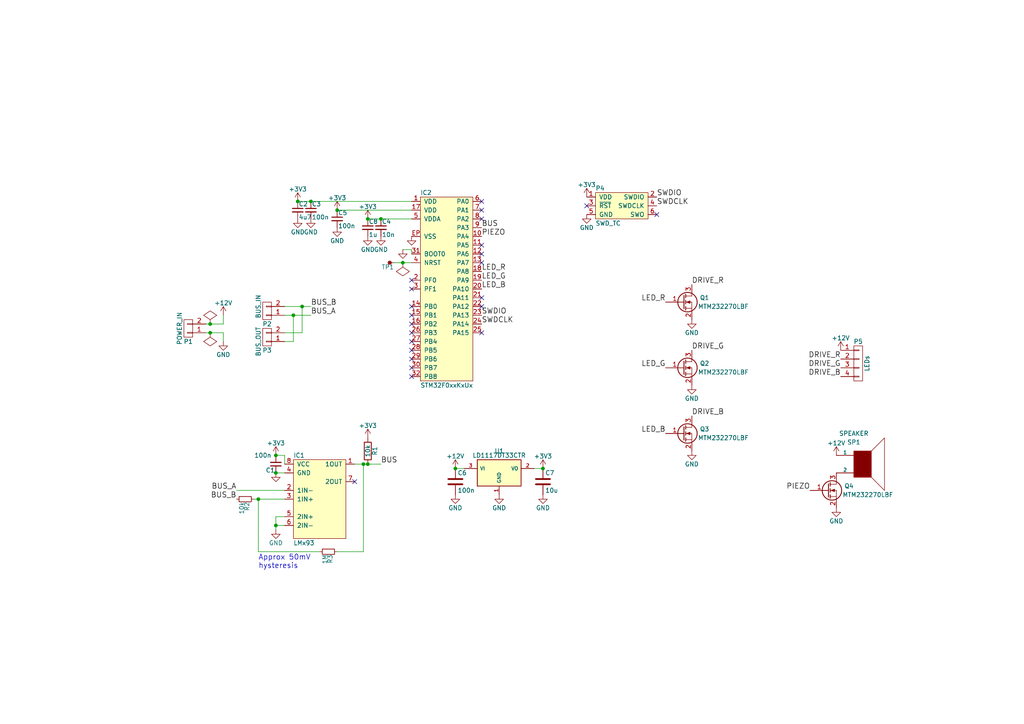
<source format=kicad_sch>
(kicad_sch (version 20230121) (generator eeschema)
  (paper "A4")
  (lib_symbols
    (symbol "pole-rescue:+12V" (power) (pin_names (offset 0))
      (property "Value" "+12V" (at 0 3.556 0))
      (symbol "+12V_0_1"
        (polyline (pts (xy -0.762 1.27) (xy 0 2.54)))
        (polyline (pts (xy 0 0) (xy 0 2.54)))
        (polyline (pts (xy 0 2.54) (xy 0.762 1.27)))
      )
      (symbol "+12V_1_1"
        (pin power_in line (at 0 0 90) (length 0) hide (name "+12V") (number "1"))
      )
    )
    (symbol "pole-rescue:+3V3" (power) (pin_names (offset 0))
      (property "Value" "+3V3" (at 0 3.556 0))
      (symbol "+3V3_0_1"
        (polyline (pts (xy -0.762 1.27) (xy 0 2.54)))
        (polyline (pts (xy 0 0) (xy 0 2.54)))
        (polyline (pts (xy 0 2.54) (xy 0.762 1.27)))
      )
      (symbol "+3V3_1_1"
        (pin power_in line (at 0 0 90) (length 0) hide (name "+3V3") (number "1"))
      )
    )
    (symbol "pole-rescue:C" (pin_numbers hide) (pin_names (offset 0.254))
      (property "Reference" "C" (at 0.635 2.54 0))
      (property "Value" "C" (at 0.635 -2.54 0))
      (symbol "C_0_1"
        (polyline (pts (xy -2.032 -0.762) (xy 2.032 -0.762)) (stroke (width 0.508)))
        (polyline (pts (xy -2.032 0.762) (xy 2.032 0.762)) (stroke (width 0.508)))
      )
      (symbol "C_1_1"
        (pin passive line (at 0 3.81 270) (length 2.794) (name "~") (number "1"))
        (pin passive line (at 0 -3.81 90) (length 2.794) (name "~") (number "2"))
      )
    )
    (symbol "pole-rescue:CONN_01X02" (pin_names (offset 1.016) hide)
      (property "Reference" "P" (at 0 3.81 0))
      (property "Value" "CONN_01X02" (at 2.54 0 90))
      (symbol "CONN_01X02_0_1"
        (rectangle (start -1.27 -1.143) (end 0.254 -1.397))
        (rectangle (start -1.27 1.397) (end 0.254 1.143))
        (rectangle (start -1.27 2.54) (end 1.27 -2.54))
      )
      (symbol "CONN_01X02_1_1"
        (pin passive line (at -5.08 1.27 0) (length 3.81) (name "P1") (number "1"))
        (pin passive line (at -5.08 -1.27 0) (length 3.81) (name "P2") (number "2"))
      )
    )
    (symbol "pole-rescue:CONN_01X04" (pin_names (offset 1.016) hide)
      (property "Reference" "P" (at 0 6.35 0))
      (property "Value" "CONN_01X04" (at 2.54 0 90))
      (symbol "CONN_01X04_0_1"
        (rectangle (start -1.27 -3.683) (end 0.254 -3.937))
        (rectangle (start -1.27 -1.143) (end 0.254 -1.397))
        (rectangle (start -1.27 1.397) (end 0.254 1.143))
        (rectangle (start -1.27 3.937) (end 0.254 3.683))
        (rectangle (start -1.27 5.08) (end 1.27 -5.08))
      )
      (symbol "CONN_01X04_1_1"
        (pin passive line (at -5.08 3.81 0) (length 3.81) (name "P1") (number "1"))
        (pin passive line (at -5.08 1.27 0) (length 3.81) (name "P2") (number "2"))
        (pin passive line (at -5.08 -1.27 0) (length 3.81) (name "P3") (number "3"))
        (pin passive line (at -5.08 -3.81 0) (length 3.81) (name "P4") (number "4"))
      )
    )
    (symbol "pole-rescue:C_Small" (pin_numbers hide) (pin_names (offset 0.254) hide)
      (property "Reference" "C" (at 0.254 1.778 0))
      (property "Value" "C_Small" (at 0.254 -2.032 0))
      (symbol "C_Small_0_1"
        (polyline (pts (xy -1.524 -0.508) (xy 1.524 -0.508)) (stroke (width 0.3302)))
        (polyline (pts (xy -1.524 0.508) (xy 1.524 0.508)) (stroke (width 0.3048)))
      )
      (symbol "C_Small_1_1"
        (pin passive line (at 0 2.54 270) (length 1.905) (name "~") (number "1"))
        (pin passive line (at 0 -2.54 90) (length 2.032) (name "~") (number "2"))
      )
    )
    (symbol "pole-rescue:GND" (power) (pin_names (offset 0))
      (property "Value" "GND" (at 0 -3.81 0))
      (symbol "GND_0_1"
        (polyline (pts (xy 0 0) (xy 0 -1.27) (xy 1.27 -1.27) (xy 0 -2.54) (xy -1.27 -1.27) (xy 0 -1.27)))
      )
      (symbol "GND_1_1"
        (pin power_in line (at 0 0 270) (length 0) hide (name "GND") (number "1"))
      )
    )
    (symbol "pole-rescue:LD1117S33TR" (pin_names (offset 0.762))
      (property "Reference" "U" (at 0 6.35 0))
      (property "Value" "LD1117S33TR" (at 0 5.08 0))
      (property "Footprint" "SOT-223" (at 0 2.54 0))
      (symbol "LD1117S33TR_0_1"
        (rectangle (start -6.35 -3.81) (end 6.35 3.81) (stroke (width 0.254)) (fill (type background)))
      )
      (symbol "LD1117S33TR_1_1"
        (pin power_in line (at 0 -6.35 90) (length 2.54) (name "GND") (number "1"))
        (pin power_out line (at 10.16 1.27 180) (length 3.81) (name "VO") (number "2"))
        (pin power_in line (at -10.16 1.27 0) (length 3.81) (name "VI") (number "3"))
      )
    )
    (symbol "pole-rescue:LMx93" (pin_names (offset 1.016))
      (property "Reference" "IC" (at -7.62 12.7 0))
      (property "Value" "LMx93" (at -7.62 -12.7 0))
      (symbol "LMx93_0_0"
        (pin output line (at 10.16 10.16 180) (length 2.54) (name "1OUT") (number "1"))
        (pin input line (at -10.16 2.54 0) (length 2.54) (name "1IN-") (number "2"))
        (pin input line (at -10.16 0 0) (length 2.54) (name "1IN+") (number "3"))
        (pin power_in line (at -10.16 7.62 0) (length 2.54) (name "GND") (number "4"))
        (pin input line (at -10.16 -5.08 0) (length 2.54) (name "2IN+") (number "5"))
        (pin input line (at -10.16 -7.62 0) (length 2.54) (name "2IN-") (number "6"))
        (pin output line (at 10.16 5.08 180) (length 2.54) (name "2OUT") (number "7"))
        (pin power_in line (at -10.16 10.16 0) (length 2.54) (name "VCC") (number "8"))
      )
      (symbol "LMx93_0_1"
        (rectangle (start -7.62 11.43) (end 7.62 -11.43) (fill (type background)))
      )
    )
    (symbol "pole-rescue:PWR_FLAG" (power) (pin_numbers hide) (pin_names (offset 0) hide)
      (property "Value" "PWR_FLAG" (at 0 4.572 0))
      (symbol "PWR_FLAG_0_0"
        (pin power_out line (at 0 0 90) (length 0) (name "pwr") (number "1"))
      )
      (symbol "PWR_FLAG_0_1"
        (polyline (pts (xy 0 0) (xy 0 1.27) (xy -1.905 2.54) (xy 0 3.81) (xy 1.905 2.54) (xy 0 1.27)))
      )
    )
    (symbol "pole-rescue:Q_NMOS_GSD" (pin_names (offset 0) hide)
      (property "Reference" "Q" (at 7.62 1.27 0))
      (property "Value" "Q_NMOS_GSD" (at 16.51 -1.27 0))
      (symbol "Q_NMOS_GSD_0_1"
        (polyline (pts (xy 0.762 -1.778) (xy 2.54 -1.778)))
        (polyline (pts (xy 0.762 -1.27) (xy 0.762 -2.286)) (stroke (width 0.254)))
        (polyline (pts (xy 0.762 0) (xy 2.54 0)))
        (polyline (pts (xy 0.762 0.508) (xy 0.762 -0.508)) (stroke (width 0.254)))
        (polyline (pts (xy 0.762 1.778) (xy 2.54 1.778)))
        (polyline (pts (xy 0.762 2.286) (xy 0.762 1.27)) (stroke (width 0.254)))
        (polyline (pts (xy 2.54 -1.778) (xy 2.54 -2.54)))
        (polyline (pts (xy 2.54 -1.778) (xy 2.54 0)))
        (polyline (pts (xy 2.54 2.54) (xy 2.54 1.778)))
        (polyline (pts (xy 0.254 1.905) (xy 0.254 -1.905) (xy 0.254 -1.905)) (stroke (width 0.254)))
        (polyline (pts (xy 1.016 0) (xy 2.032 0.381) (xy 2.032 -0.381) (xy 1.016 0)) (fill (type outline)))
        (circle (center 1.27 0) (radius 2.8194) (stroke (width 0.254)))
      )
      (symbol "Q_NMOS_GSD_1_1"
        (pin input line (at -5.08 0 0) (length 5.334) (name "G") (number "1"))
        (pin passive line (at 2.54 -5.08 90) (length 2.54) (name "S") (number "2"))
        (pin passive line (at 2.54 5.08 270) (length 2.54) (name "D") (number "3"))
      )
    )
    (symbol "pole-rescue:R" (pin_numbers hide) (pin_names (offset 0))
      (property "Reference" "R" (at 2.032 0 90))
      (property "Value" "R" (at 0 0 90))
      (symbol "R_0_1"
        (rectangle (start -1.016 -2.54) (end 1.016 2.54) (stroke (width 0.254)))
      )
      (symbol "R_1_1"
        (pin passive line (at 0 3.81 270) (length 1.27) (name "~") (number "1"))
        (pin passive line (at 0 -3.81 90) (length 1.27) (name "~") (number "2"))
      )
    )
    (symbol "pole-rescue:R_Small" (pin_numbers hide) (pin_names (offset 0.254) hide)
      (property "Reference" "R" (at 0.762 0.508 0))
      (property "Value" "R_Small" (at 0.762 -1.016 0))
      (symbol "R_Small_0_1"
        (rectangle (start -0.762 1.778) (end 0.762 -1.778) (stroke (width 0.2032)))
      )
      (symbol "R_Small_1_1"
        (pin passive line (at 0 2.54 270) (length 0.762) (name "~") (number "1"))
        (pin passive line (at 0 -2.54 90) (length 0.762) (name "~") (number "2"))
      )
    )
    (symbol "pole-rescue:SPEAKER" (pin_numbers hide) (pin_names (offset 0))
      (property "Reference" "SP" (at -2.54 6.35 0))
      (property "Value" "SPEAKER" (at -2.54 -6.35 0))
      (symbol "SPEAKER_0_0"
        (polyline (pts (xy 2.54 3.81) (xy 6.35 7.62) (xy 6.35 -7.62) (xy 2.54 -3.81)))
        (polyline (pts (xy -2.54 3.81) (xy 2.54 3.81) (xy 2.54 -3.81) (xy -2.54 -3.81) (xy -2.54 3.81)) (fill (type outline)))
      )
      (symbol "SPEAKER_1_1"
        (pin input line (at -7.62 2.54 0) (length 5.08) (name "1") (number "1"))
        (pin input line (at -7.62 -2.54 0) (length 5.08) (name "2") (number "2"))
      )
    )
    (symbol "pole-rescue:STM32F0xxKxUx" (pin_names (offset 1.016))
      (property "Reference" "IC" (at -7.62 27.94 0))
      (property "Value" "STM32F0xxKxUx" (at -7.62 -27.94 0))
      (symbol "STM32F0xxKxUx_0_0"
        (pin power_in line (at -10.16 25.4 0) (length 2.54) (name "VDD") (number "1"))
        (pin bidirectional line (at 10.16 15.24 180) (length 2.54) (name "PA4") (number "10"))
        (pin bidirectional line (at 10.16 12.7 180) (length 2.54) (name "PA5") (number "11"))
        (pin bidirectional line (at 10.16 10.16 180) (length 2.54) (name "PA6") (number "12"))
        (pin bidirectional line (at 10.16 7.62 180) (length 2.54) (name "PA7") (number "13"))
        (pin bidirectional line (at -10.16 -5.08 0) (length 2.54) (name "PB0") (number "14"))
        (pin bidirectional line (at -10.16 -7.62 0) (length 2.54) (name "PB1") (number "15"))
        (pin bidirectional line (at -10.16 -10.16 0) (length 2.54) (name "PB2") (number "16"))
        (pin power_in line (at -10.16 22.86 0) (length 2.54) (name "VDD") (number "17"))
        (pin bidirectional line (at 10.16 5.08 180) (length 2.54) (name "PA8") (number "18"))
        (pin bidirectional line (at 10.16 2.54 180) (length 2.54) (name "PA9") (number "19"))
        (pin bidirectional line (at -10.16 2.54 0) (length 2.54) (name "PF0") (number "2"))
        (pin bidirectional line (at 10.16 0 180) (length 2.54) (name "PA10") (number "20"))
        (pin bidirectional line (at 10.16 -2.54 180) (length 2.54) (name "PA11") (number "21"))
        (pin bidirectional line (at 10.16 -5.08 180) (length 2.54) (name "PA12") (number "22"))
        (pin bidirectional line (at 10.16 -7.62 180) (length 2.54) (name "PA13") (number "23"))
        (pin bidirectional line (at 10.16 -10.16 180) (length 2.54) (name "PA14") (number "24"))
        (pin bidirectional line (at 10.16 -12.7 180) (length 2.54) (name "PA15") (number "25"))
        (pin bidirectional line (at -10.16 -12.7 0) (length 2.54) (name "PB3") (number "26"))
        (pin bidirectional line (at -10.16 -15.24 0) (length 2.54) (name "PB4") (number "27"))
        (pin bidirectional line (at -10.16 -17.78 0) (length 2.54) (name "PB5") (number "28"))
        (pin bidirectional line (at -10.16 -20.32 0) (length 2.54) (name "PB6") (number "29"))
        (pin bidirectional line (at -10.16 0 0) (length 2.54) (name "PF1") (number "3"))
        (pin bidirectional line (at -10.16 -22.86 0) (length 2.54) (name "PB7") (number "30"))
        (pin input line (at -10.16 10.16 0) (length 2.54) (name "BOOT0") (number "31"))
        (pin bidirectional line (at -10.16 -25.4 0) (length 2.54) (name "PB8") (number "32"))
        (pin input line (at -10.16 7.62 0) (length 2.54) (name "NRST") (number "4"))
        (pin power_in line (at -10.16 20.32 0) (length 2.54) (name "VDDA") (number "5"))
        (pin bidirectional line (at 10.16 25.4 180) (length 2.54) (name "PA0") (number "6"))
        (pin bidirectional line (at 10.16 22.86 180) (length 2.54) (name "PA1") (number "7"))
        (pin bidirectional line (at 10.16 20.32 180) (length 2.54) (name "PA2") (number "8"))
        (pin bidirectional line (at 10.16 17.78 180) (length 2.54) (name "PA3") (number "9"))
        (pin power_in line (at -10.16 15.24 0) (length 2.54) (name "VSS") (number "EP"))
      )
      (symbol "STM32F0xxKxUx_0_1"
        (rectangle (start -7.62 26.67) (end 7.62 -26.67) (fill (type background)))
      )
    )
    (symbol "pole-rescue:SWD_TC" (pin_names (offset 1.016))
      (property "Reference" "P" (at -7.62 5.08 0))
      (property "Value" "SWD_TC" (at -7.62 -5.08 0))
      (symbol "SWD_TC_0_1"
        (rectangle (start -7.62 3.81) (end 7.62 -3.81) (fill (type background)))
      )
      (symbol "SWD_TC_1_1"
        (pin power_in line (at -10.16 2.54 0) (length 2.54) (name "VDD") (number "1"))
        (pin bidirectional line (at 10.16 2.54 180) (length 2.54) (name "SWDIO") (number "2"))
        (pin output line (at -10.16 0 0) (length 2.54) (name "~{RST}") (number "3"))
        (pin output line (at 10.16 0 180) (length 2.54) (name "SWDCLK") (number "4"))
        (pin power_in line (at -10.16 -2.54 0) (length 2.54) (name "GND") (number "5"))
        (pin input line (at 10.16 -2.54 180) (length 2.54) (name "SWO") (number "6"))
      )
    )
    (symbol "pole-rescue:TESTPAD" (pin_numbers hide) (pin_names (offset 1.016) hide)
      (property "Reference" "TP" (at 0 1.27 0))
      (symbol "TESTPAD_0_1"
        (circle (center 1.27 0) (radius 0.127))
        (circle (center 1.27 0) (radius 0.254))
        (circle (center 1.27 0) (radius 0.381))
        (circle (center 1.27 0) (radius 0.508))
      )
      (symbol "TESTPAD_1_1"
        (pin input line (at 0 0 0) (length 1.27) (name "TP") (number "1"))
      )
    )
  )
  (junction (at 106.68 134.62))
  (junction (at 116.84 76.2))
  (junction (at 80.01 132.08))
  (junction (at 132.08 135.89))
  (junction (at 80.01 137.16))
  (junction (at 110.49 63.5))
  (junction (at 60.96 93.98))
  (junction (at 85.09 91.44))
  (junction (at 157.48 135.89))
  (junction (at 86.36 58.42))
  (junction (at 60.96 96.52))
  (junction (at 105.41 134.62))
  (junction (at 90.17 58.42))
  (junction (at 106.68 63.5))
  (junction (at 87.63 88.9))
  (junction (at 97.79 60.96))
  (junction (at 74.93 144.78))
  (junction (at 80.01 152.4))
  (no_connect (at 119.38 83.82))
  (no_connect (at 119.38 81.28))
  (no_connect (at 119.38 106.68))
  (no_connect (at 119.38 99.06))
  (no_connect (at 139.7 60.96))
  (no_connect (at 102.87 139.7))
  (no_connect (at 139.7 86.36))
  (no_connect (at 119.38 88.9))
  (no_connect (at 139.7 88.9))
  (no_connect (at 139.7 58.42))
  (no_connect (at 119.38 93.98))
  (no_connect (at 170.18 59.69))
  (no_connect (at 139.7 76.2))
  (no_connect (at 139.7 73.66))
  (no_connect (at 139.7 63.5))
  (no_connect (at 119.38 104.14))
  (no_connect (at 139.7 96.52))
  (no_connect (at 119.38 109.22))
  (no_connect (at 119.38 91.44))
  (no_connect (at 190.5 62.23))
  (no_connect (at 119.38 96.52))
  (no_connect (at 139.7 71.12))
  (no_connect (at 119.38 101.6))
  (wire (pts (xy 132.08 135.89) (xy 134.62 135.89)))
  (wire (pts (xy 114.3 76.2) (xy 116.84 76.2)))
  (wire (pts (xy 59.69 93.98) (xy 60.96 93.98)))
  (wire (pts (xy 80.01 149.86) (xy 80.01 152.4)))
  (wire (pts (xy 116.84 76.2) (xy 119.38 76.2)))
  (wire (pts (xy 74.93 160.02) (xy 92.71 160.02)))
  (wire (pts (xy 82.55 91.44) (xy 85.09 91.44)))
  (wire (pts (xy 87.63 88.9) (xy 90.17 88.9)))
  (wire (pts (xy 102.87 134.62) (xy 105.41 134.62)))
  (wire (pts (xy 86.36 58.42) (xy 90.17 58.42)))
  (wire (pts (xy 97.79 60.96) (xy 119.38 60.96)))
  (wire (pts (xy 64.77 96.52) (xy 64.77 99.06)))
  (wire (pts (xy 68.58 142.24) (xy 82.55 142.24)))
  (wire (pts (xy 82.55 152.4) (xy 80.01 152.4)))
  (wire (pts (xy 64.77 93.98) (xy 64.77 91.44)))
  (wire (pts (xy 82.55 132.08) (xy 82.55 134.62)))
  (wire (pts (xy 90.17 58.42) (xy 119.38 58.42)))
  (wire (pts (xy 80.01 137.16) (xy 82.55 137.16)))
  (wire (pts (xy 87.63 96.52) (xy 82.55 96.52)))
  (wire (pts (xy 106.68 63.5) (xy 110.49 63.5)))
  (wire (pts (xy 59.69 96.52) (xy 60.96 96.52)))
  (wire (pts (xy 60.96 93.98) (xy 64.77 93.98)))
  (wire (pts (xy 80.01 132.08) (xy 82.55 132.08)))
  (wire (pts (xy 105.41 160.02) (xy 97.79 160.02)))
  (wire (pts (xy 106.68 134.62) (xy 110.49 134.62)))
  (wire (pts (xy 73.66 144.78) (xy 74.93 144.78)))
  (wire (pts (xy 105.41 134.62) (xy 105.41 160.02)))
  (wire (pts (xy 85.09 99.06) (xy 82.55 99.06)))
  (wire (pts (xy 82.55 149.86) (xy 80.01 149.86)))
  (wire (pts (xy 85.09 91.44) (xy 90.17 91.44)))
  (wire (pts (xy 80.01 152.4) (xy 80.01 153.67)))
  (wire (pts (xy 60.96 96.52) (xy 64.77 96.52)))
  (wire (pts (xy 85.09 91.44) (xy 85.09 99.06)))
  (wire (pts (xy 74.93 144.78) (xy 74.93 160.02)))
  (wire (pts (xy 110.49 63.5) (xy 119.38 63.5)))
  (wire (pts (xy 82.55 88.9) (xy 87.63 88.9)))
  (wire (pts (xy 105.41 134.62) (xy 106.68 134.62)))
  (wire (pts (xy 74.93 144.78) (xy 82.55 144.78)))
  (wire (pts (xy 157.48 135.89) (xy 154.94 135.89)))
  (wire (pts (xy 87.63 88.9) (xy 87.63 96.52)))
  (wire (pts (xy 119.38 72.39) (xy 119.38 73.66)))
  (wire (pts (xy 116.84 72.39) (xy 119.38 72.39)))
  (text "Approx 50mV\nhysteresis" (at 74.93 165.1 0) (effects (font (size 1.524 1.524)) (justify left bottom)))
  (label "DRIVE_G" (at 200.66 101.6 0) (effects (font (size 1.524 1.524))))
  (label "SWDIO" (at 190.5 57.15 0) (effects (font (size 1.524 1.524))))
  (label "BUS_A" (at 68.58 142.24 180) (effects (font (size 1.524 1.524))))
  (label "LED_R" (at 139.7 78.74 0) (effects (font (size 1.524 1.524))))
  (label "LED_G" (at 193.04 106.68 180) (effects (font (size 1.524 1.524))))
  (label "BUS_B" (at 90.17 88.9 0) (effects (font (size 1.524 1.524))))
  (label "DRIVE_B" (at 243.84 109.22 180) (effects (font (size 1.524 1.524))))
  (label "DRIVE_B" (at 200.66 120.65 0) (effects (font (size 1.524 1.524))))
  (label "DRIVE_R" (at 243.84 104.14 180) (effects (font (size 1.524 1.524))))
  (label "LED_B" (at 139.7 83.82 0) (effects (font (size 1.524 1.524))))
  (label "BUS" (at 110.49 134.62 0) (effects (font (size 1.524 1.524))))
  (label "LED_B" (at 193.04 125.73 180) (effects (font (size 1.524 1.524))))
  (label "PIEZO" (at 139.7 68.58 0) (effects (font (size 1.524 1.524))))
  (label "BUS_A" (at 90.17 91.44 0) (effects (font (size 1.524 1.524))))
  (label "DRIVE_G" (at 243.84 106.68 180) (effects (font (size 1.524 1.524))))
  (label "BUS" (at 139.7 66.04 0) (effects (font (size 1.524 1.524))))
  (label "SWDCLK" (at 190.5 59.69 0) (effects (font (size 1.524 1.524))))
  (label "SWDCLK" (at 139.7 93.98 0) (effects (font (size 1.524 1.524))))
  (label "SWDIO" (at 139.7 91.44 0) (effects (font (size 1.524 1.524))))
  (label "PIEZO" (at 234.95 142.24 180) (effects (font (size 1.524 1.524))))
  (label "DRIVE_R" (at 200.66 82.55 0) (effects (font (size 1.524 1.524))))
  (label "LED_R" (at 193.04 87.63 180) (effects (font (size 1.524 1.524))))
  (label "BUS_B" (at 68.58 144.78 180) (effects (font (size 1.524 1.524))))
  (label "LED_G" (at 139.7 81.28 0) (effects (font (size 1.524 1.524))))
  (symbol (lib_id "pole-rescue:LMx93") (at 92.71 144.78 0) (unit 1)
    (property "Reference" "IC1" (at 85.09 132.08 0) (effects (justify left)))
    (property "Value" "LMx93" (at 85.09 157.48 0) (effects (justify left)))
    (property "Footprint" "agg:SOIC-8" (effects hide))
    (property "Datasheet" "http://www.ti.com/lit/ds/symlink/lm393.pdf" (effects hide))
    (property "Farnell" "2342314" (effects hide))
  )
  (symbol (lib_id "pole-rescue:SWD_TC") (at 180.34 59.69 0) (unit 1)
    (property "Reference" "P4" (at 172.72 54.61 0) (effects (justify left)))
    (property "Value" "SWD_TC" (at 172.72 64.77 0) (effects (justify left)))
    (property "Footprint" "agg:TC2030-NL" (effects hide))
  )
  (symbol (lib_id "pole-rescue:CONN_01X02") (at 54.61 95.25 180) (unit 1)
    (property "Reference" "P1" (at 54.61 99.06 0))
    (property "Value" "POWER_IN" (at 52.07 95.25 90))
    (property "Footprint" "thegrid:minipow_edge" (effects hide))
    (property "Farnell" "CN18779" (effects hide))
  )
  (symbol (lib_id "pole-rescue:CONN_01X02") (at 77.47 90.17 180) (unit 1)
    (property "Reference" "P2" (at 77.47 93.98 0))
    (property "Value" "BUS_IN" (at 74.93 88.9 90))
    (property "Footprint" "agg:S02B-PASK-2" (effects hide))
    (property "Farnell" "1830747" (effects hide))
  )
  (symbol (lib_id "pole-rescue:CONN_01X04") (at 248.92 105.41 0) (unit 1)
    (property "Reference" "P5" (at 248.92 99.06 0))
    (property "Value" "LEDs" (at 251.46 105.41 90))
    (property "Footprint" "Pin_Headers:Pin_Header_Straight_1x04" (effects hide))
  )
  (symbol (lib_id "pole-rescue:GND") (at 64.77 99.06 0) (unit 1)
    (property "Reference" "#PWR01" (effects hide))
    (property "Value" "GND" (at 64.77 102.87 0))
  )
  (symbol (lib_id "pole-rescue:+12V") (at 64.77 91.44 0) (unit 1)
    (property "Reference" "#PWR02" (effects hide))
    (property "Value" "+12V" (at 64.77 87.884 0))
  )
  (symbol (lib_id "pole-rescue:PWR_FLAG") (at 60.96 93.98 0) (unit 1)
    (property "Reference" "#FLG03" (effects hide))
    (property "Value" "PWR_FLAG" (effects hide))
  )
  (symbol (lib_id "pole-rescue:PWR_FLAG") (at 60.96 96.52 180) (unit 1)
    (property "Reference" "#FLG04" (effects hide))
    (property "Value" "PWR_FLAG" (effects hide))
  )
  (symbol (lib_id "pole-rescue:CONN_01X02") (at 77.47 97.79 180) (unit 1)
    (property "Reference" "P3" (at 77.47 101.6 0))
    (property "Value" "BUS_OUT" (at 74.93 99.06 90))
    (property "Footprint" "agg:S02B-PASK-2" (effects hide))
    (property "Farnell" "1830747" (effects hide))
  )
  (symbol (lib_id "pole-rescue:GND") (at 80.01 153.67 0) (unit 1)
    (property "Reference" "#PWR05" (effects hide))
    (property "Value" "GND" (at 80.01 157.48 0))
  )
  (symbol (lib_id "pole-rescue:+3V3") (at 80.01 132.08 0) (unit 1)
    (property "Reference" "#PWR06" (effects hide))
    (property "Value" "+3V3" (at 80.01 128.524 0))
  )
  (symbol (lib_id "pole-rescue:GND") (at 80.01 137.16 0) (unit 1)
    (property "Reference" "#PWR07" (effects hide))
    (property "Value" "GND" (effects hide))
  )
  (symbol (lib_id "pole-rescue:C_Small") (at 80.01 134.62 180) (unit 1)
    (property "Reference" "C1" (at 79.756 136.398 0) (effects (justify left)))
    (property "Value" "100n" (at 78.74 132.08 0) (effects (justify left)))
    (property "Footprint" "agg:0603" (effects hide))
    (property "Farnell" "2496833" (effects hide))
  )
  (symbol (lib_id "pole-rescue:GND") (at 170.18 62.23 0) (unit 1)
    (property "Reference" "#PWR08" (effects hide))
    (property "Value" "GND" (at 170.18 66.04 0))
  )
  (symbol (lib_id "pole-rescue:+3V3") (at 170.18 57.15 0) (unit 1)
    (property "Reference" "#PWR09" (effects hide))
    (property "Value" "+3V3" (at 170.18 53.594 0))
  )
  (symbol (lib_id "pole-rescue:C_Small") (at 90.17 60.96 0) (unit 1)
    (property "Reference" "C3" (at 90.424 59.182 0) (effects (justify left)))
    (property "Value" "100n" (at 90.424 62.992 0) (effects (justify left)))
    (property "Footprint" "agg:0603" (effects hide))
    (property "Farnell" "2496833" (effects hide))
  )
  (symbol (lib_id "pole-rescue:C_Small") (at 86.36 60.96 0) (unit 1)
    (property "Reference" "C2" (at 86.614 59.182 0) (effects (justify left)))
    (property "Value" "4u7" (at 86.614 62.992 0) (effects (justify left)))
    (property "Footprint" "agg:0603" (effects hide))
    (property "Farnell" "2496930" (effects hide))
  )
  (symbol (lib_id "pole-rescue:C_Small") (at 110.49 66.04 0) (unit 1)
    (property "Reference" "C4" (at 110.744 64.262 0) (effects (justify left)))
    (property "Value" "10n" (at 110.744 68.072 0) (effects (justify left)))
    (property "Footprint" "agg:0603" (effects hide))
    (property "Farnell" "2496826" (effects hide))
  )
  (symbol (lib_id "pole-rescue:+12V") (at 243.84 101.6 0) (unit 1)
    (property "Reference" "#PWR010" (effects hide))
    (property "Value" "+12V" (at 243.84 98.044 0))
  )
  (symbol (lib_id "pole-rescue:GND") (at 200.66 92.71 0) (unit 1)
    (property "Reference" "#PWR011" (effects hide))
    (property "Value" "GND" (at 200.66 96.52 0))
  )
  (symbol (lib_id "pole-rescue:GND") (at 200.66 111.76 0) (unit 1)
    (property "Reference" "#PWR012" (effects hide))
    (property "Value" "GND" (at 200.66 115.57 0))
  )
  (symbol (lib_id "pole-rescue:GND") (at 200.66 130.81 0) (unit 1)
    (property "Reference" "#PWR013" (effects hide))
    (property "Value" "GND" (at 200.66 134.62 0))
  )
  (symbol (lib_id "pole-rescue:GND") (at 242.57 147.32 0) (unit 1)
    (property "Reference" "#PWR014" (effects hide))
    (property "Value" "GND" (at 242.57 151.13 0))
  )
  (symbol (lib_id "pole-rescue:SPEAKER") (at 250.19 134.62 0) (unit 1)
    (property "Reference" "SP1" (at 247.65 128.27 0))
    (property "Value" "SPEAKER" (at 247.65 125.73 0))
    (property "Footprint" "thegrid:piezo" (effects hide))
    (property "Datasheet" "http://www.farnell.com/datasheets/579045.pdf" (effects hide))
    (property "Farnell" "1823866" (effects hide))
  )
  (symbol (lib_id "pole-rescue:+12V") (at 242.57 132.08 0) (unit 1)
    (property "Reference" "#PWR015" (effects hide))
    (property "Value" "+12V" (at 242.57 128.524 0))
  )
  (symbol (lib_id "pole-rescue:R") (at 106.68 130.81 0) (unit 1)
    (property "Reference" "R1" (at 108.712 130.81 90))
    (property "Value" "10k" (at 106.68 130.81 90))
    (property "Footprint" "agg:0603" (effects hide))
    (property "Farnell" "9330399" (effects hide))
  )
  (symbol (lib_id "pole-rescue:+3V3") (at 106.68 127 0) (unit 1)
    (property "Reference" "#PWR016" (effects hide))
    (property "Value" "+3V3" (at 106.68 123.444 0))
  )
  (symbol (lib_id "pole-rescue:LD1117S33TR") (at 144.78 137.16 0) (unit 1)
    (property "Reference" "U1" (at 144.78 130.81 0))
    (property "Value" "LD1117DT33CTR" (at 144.78 132.08 0))
    (property "Footprint" "thegrid:TO-252-3" (effects hide))
    (property "Datasheet" "http://www.farnell.com/datasheets/93498.pdf" (effects hide))
    (property "Farnell" "2296040" (effects hide))
  )
  (symbol (lib_id "pole-rescue:+12V") (at 132.08 135.89 0) (unit 1)
    (property "Reference" "#PWR017" (effects hide))
    (property "Value" "+12V" (at 132.08 132.334 0))
  )
  (symbol (lib_id "pole-rescue:C") (at 132.08 139.7 0) (unit 1)
    (property "Reference" "C6" (at 132.715 137.16 0) (effects (justify left)))
    (property "Value" "100n" (at 132.715 142.24 0) (effects (justify left)))
    (property "Footprint" "agg:0603" (effects hide))
    (property "Farnell" "2496833" (effects hide))
  )
  (symbol (lib_id "pole-rescue:GND") (at 132.08 143.51 0) (unit 1)
    (property "Reference" "#PWR018" (effects hide))
    (property "Value" "GND" (at 132.08 147.32 0))
  )
  (symbol (lib_id "pole-rescue:+3V3") (at 157.48 135.89 0) (unit 1)
    (property "Reference" "#PWR019" (effects hide))
    (property "Value" "+3V3" (at 157.48 132.334 0))
  )
  (symbol (lib_id "pole-rescue:C") (at 157.48 139.7 0) (unit 1)
    (property "Reference" "C7" (at 158.115 137.16 0) (effects (justify left)))
    (property "Value" "10u" (at 158.115 142.24 0) (effects (justify left)))
    (property "Footprint" "agg:0603" (effects hide))
    (property "Farnell" "2494233" (effects hide))
  )
  (symbol (lib_id "pole-rescue:GND") (at 157.48 143.51 0) (unit 1)
    (property "Reference" "#PWR020" (effects hide))
    (property "Value" "GND" (at 157.48 147.32 0))
  )
  (symbol (lib_id "pole-rescue:GND") (at 144.78 143.51 0) (unit 1)
    (property "Reference" "#PWR021" (effects hide))
    (property "Value" "GND" (at 144.78 147.32 0))
  )
  (symbol (lib_id "pole-rescue:Q_NMOS_GSD") (at 198.12 87.63 0) (unit 1)
    (property "Reference" "Q1" (at 205.74 86.36 0) (effects (justify right)))
    (property "Value" "MTM232270LBF" (at 217.17 88.9 0) (effects (justify right)))
    (property "Footprint" "agg:SOT-323" (effects hide))
    (property "Datasheet" "http://www.farnell.com/datasheets/1916063.pdf" (effects hide))
    (property "Farnell" "2284077" (effects hide))
  )
  (symbol (lib_id "pole-rescue:Q_NMOS_GSD") (at 198.12 106.68 0) (unit 1)
    (property "Reference" "Q2" (at 205.74 105.41 0) (effects (justify right)))
    (property "Value" "MTM232270LBF" (at 217.17 107.95 0) (effects (justify right)))
    (property "Footprint" "agg:SOT-323" (effects hide))
    (property "Datasheet" "http://www.farnell.com/datasheets/1916063.pdf" (effects hide))
    (property "Farnell" "2284077" (effects hide))
  )
  (symbol (lib_id "pole-rescue:Q_NMOS_GSD") (at 198.12 125.73 0) (unit 1)
    (property "Reference" "Q3" (at 205.74 124.46 0) (effects (justify right)))
    (property "Value" "MTM232270LBF" (at 217.17 127 0) (effects (justify right)))
    (property "Footprint" "agg:SOT-323" (effects hide))
    (property "Datasheet" "http://www.farnell.com/datasheets/1916063.pdf" (effects hide))
    (property "Farnell" "2284077" (effects hide))
  )
  (symbol (lib_id "pole-rescue:Q_NMOS_GSD") (at 240.03 142.24 0) (unit 1)
    (property "Reference" "Q4" (at 247.65 140.97 0) (effects (justify right)))
    (property "Value" "MTM232270LBF" (at 259.08 143.51 0) (effects (justify right)))
    (property "Footprint" "agg:SOT-323" (effects hide))
    (property "Datasheet" "http://www.farnell.com/datasheets/1916063.pdf" (effects hide))
    (property "Farnell" "2284077" (effects hide))
  )
  (symbol (lib_id "pole-rescue:GND") (at 116.84 72.39 0) (unit 1)
    (property "Reference" "#PWR022" (effects hide))
    (property "Value" "GND" (effects hide))
  )
  (symbol (lib_id "pole-rescue:STM32F0xxKxUx") (at 129.54 83.82 0) (unit 1)
    (property "Reference" "IC2" (at 121.92 55.88 0) (effects (justify left)))
    (property "Value" "STM32F0xxKxUx" (at 121.92 111.76 0) (effects (justify left)))
    (property "Footprint" "agg:QFN-32-EP-ST" (effects hide))
    (property "Datasheet" "http://www.st.com/st-web-ui/static/active/en/resource/technical/document/datasheet/DM00039193.pdf" (effects hide))
    (property "Farnell" "2393639" (effects hide))
  )
  (symbol (lib_id "pole-rescue:GND") (at 119.38 68.58 0) (unit 1)
    (property "Reference" "#PWR023" (effects hide))
    (property "Value" "GND" (effects hide))
  )
  (symbol (lib_id "pole-rescue:C_Small") (at 106.68 66.04 0) (unit 1)
    (property "Reference" "C8" (at 106.934 64.262 0) (effects (justify left)))
    (property "Value" "1u" (at 106.934 68.072 0) (effects (justify left)))
    (property "Footprint" "agg:0603" (effects hide))
    (property "Farnell" "2496916" (effects hide))
  )
  (symbol (lib_id "pole-rescue:GND") (at 106.68 68.58 0) (unit 1)
    (property "Reference" "#PWR024" (effects hide))
    (property "Value" "GND" (at 106.68 72.39 0))
  )
  (symbol (lib_id "pole-rescue:GND") (at 110.49 68.58 0) (unit 1)
    (property "Reference" "#PWR025" (effects hide))
    (property "Value" "GND" (at 110.49 72.39 0))
  )
  (symbol (lib_id "pole-rescue:C_Small") (at 97.79 63.5 0) (unit 1)
    (property "Reference" "C5" (at 98.044 61.722 0) (effects (justify left)))
    (property "Value" "100n" (at 98.044 65.532 0) (effects (justify left)))
    (property "Footprint" "agg:0603" (effects hide))
    (property "Farnell" "2496833" (effects hide))
  )
  (symbol (lib_id "pole-rescue:GND") (at 97.79 66.04 0) (unit 1)
    (property "Reference" "#PWR026" (effects hide))
    (property "Value" "GND" (at 97.79 69.85 0))
  )
  (symbol (lib_id "pole-rescue:GND") (at 86.36 63.5 0) (unit 1)
    (property "Reference" "#PWR027" (effects hide))
    (property "Value" "GND" (at 86.36 67.31 0))
  )
  (symbol (lib_id "pole-rescue:GND") (at 90.17 63.5 0) (unit 1)
    (property "Reference" "#PWR028" (effects hide))
    (property "Value" "GND" (at 90.17 67.31 0))
  )
  (symbol (lib_id "pole-rescue:+3V3") (at 106.68 63.5 0) (unit 1)
    (property "Reference" "#PWR029" (effects hide))
    (property "Value" "+3V3" (at 106.68 59.944 0))
  )
  (symbol (lib_id "pole-rescue:+3V3") (at 97.79 60.96 0) (unit 1)
    (property "Reference" "#PWR030" (effects hide))
    (property "Value" "+3V3" (at 97.79 57.404 0))
  )
  (symbol (lib_id "pole-rescue:+3V3") (at 86.36 58.42 0) (unit 1)
    (property "Reference" "#PWR031" (effects hide))
    (property "Value" "+3V3" (at 86.36 54.864 0))
  )
  (symbol (lib_id "pole-rescue:TESTPAD") (at 114.3 76.2 180) (unit 1)
    (property "Reference" "TP1" (at 114.3 77.47 0) (effects (justify left)))
    (property "Value" "RST" (effects hide))
    (property "Footprint" "agg:TESTPAD" (effects hide))
  )
  (symbol (lib_id "pole-rescue:R_Small") (at 71.12 144.78 270) (unit 1)
    (property "Reference" "R2" (at 71.628 145.542 0) (effects (justify left)))
    (property "Value" "10k" (at 70.104 145.542 0) (effects (justify left)))
    (property "Footprint" "agg:0603" (effects hide))
    (property "Farnell" "9330399" (effects hide))
  )
  (symbol (lib_id "pole-rescue:R_Small") (at 95.25 160.02 270) (unit 1)
    (property "Reference" "R3" (at 95.758 160.782 0) (effects (justify left)))
    (property "Value" "1M" (at 94.234 160.782 0) (effects (justify left)))
    (property "Footprint" "agg:0603" (effects hide))
    (property "Farnell" "9330410" (effects hide))
  )
  (symbol (lib_id "pole-rescue:PWR_FLAG") (at 116.84 76.2 180) (unit 1)
    (property "Reference" "#FLG032" (effects hide))
    (property "Value" "PWR_FLAG" (effects hide))
  )
)
</source>
